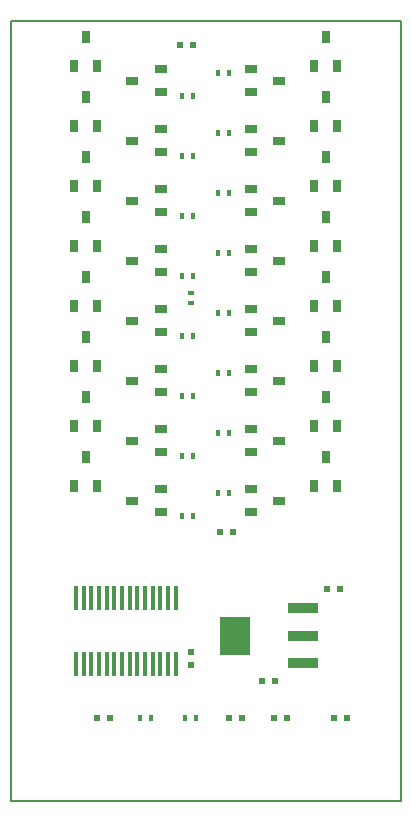
<source format=gbr>
G04 #@! TF.FileFunction,Paste,Top*
%FSLAX46Y46*%
G04 Gerber Fmt 4.6, Leading zero omitted, Abs format (unit mm)*
G04 Created by KiCad (PCBNEW 4.0.3+e1-6302~38~ubuntu14.04.1-stable) date Fri Aug 19 16:23:58 2016*
%MOMM*%
%LPD*%
G01*
G04 APERTURE LIST*
%ADD10C,0.100000*%
%ADD11C,0.150000*%
%ADD12R,0.400000X0.600000*%
%ADD13R,0.300000X2.000000*%
%ADD14R,0.800000X1.000000*%
%ADD15R,0.600000X0.500000*%
%ADD16R,0.500000X0.600000*%
%ADD17R,2.500000X3.300000*%
%ADD18R,2.500000X0.950000*%
%ADD19R,1.000000X0.800000*%
%ADD20R,0.600000X0.400000*%
G04 APERTURE END LIST*
D10*
D11*
X153670000Y-71120000D02*
X186690000Y-71120000D01*
X153670000Y-137160000D02*
X186690000Y-137160000D01*
X153670000Y-137160000D02*
X153670000Y-71120000D01*
X186690000Y-71120000D02*
X186690000Y-137160000D01*
D12*
X171254000Y-90805000D03*
X172154000Y-90805000D03*
D13*
X167640000Y-120015000D03*
X166990000Y-120015000D03*
X166340000Y-120015000D03*
X165690000Y-120015000D03*
X165040000Y-120015000D03*
X164390000Y-120015000D03*
X163740000Y-120015000D03*
X163090000Y-120015000D03*
X162440000Y-120015000D03*
X161790000Y-120015000D03*
X161140000Y-120015000D03*
X160490000Y-120015000D03*
X159840000Y-120015000D03*
X159190000Y-120015000D03*
X159190000Y-125615000D03*
X159840000Y-125615000D03*
X160490000Y-125615000D03*
X161140000Y-125615000D03*
X161790000Y-125615000D03*
X162440000Y-125615000D03*
X163090000Y-125615000D03*
X163740000Y-125615000D03*
X164390000Y-125615000D03*
X165040000Y-125615000D03*
X165690000Y-125615000D03*
X166340000Y-125615000D03*
X166990000Y-125615000D03*
X167640000Y-125615000D03*
D14*
X159070000Y-80010000D03*
X160020000Y-77610000D03*
X160970000Y-80010000D03*
D12*
X169106000Y-82550000D03*
X168206000Y-82550000D03*
D15*
X169079000Y-73152000D03*
X167979000Y-73152000D03*
D16*
X168910000Y-125645000D03*
X168910000Y-124545000D03*
D15*
X180425000Y-119253000D03*
X181525000Y-119253000D03*
X174964000Y-127000000D03*
X176064000Y-127000000D03*
D12*
X169106000Y-77470000D03*
X168206000Y-77470000D03*
X171254000Y-75565000D03*
X172154000Y-75565000D03*
X171254000Y-80645000D03*
X172154000Y-80645000D03*
X169106000Y-87630000D03*
X168206000Y-87630000D03*
X171254000Y-85725000D03*
X172154000Y-85725000D03*
X169106000Y-92710000D03*
X168206000Y-92710000D03*
X169106000Y-97790000D03*
X168206000Y-97790000D03*
X171254000Y-95885000D03*
X172154000Y-95885000D03*
X169106000Y-102870000D03*
X168206000Y-102870000D03*
X171254000Y-100965000D03*
X172154000Y-100965000D03*
X169106000Y-107950000D03*
X168206000Y-107950000D03*
X171254000Y-106045000D03*
X172154000Y-106045000D03*
X169106000Y-113030000D03*
X168206000Y-113030000D03*
X171254000Y-111125000D03*
X172154000Y-111125000D03*
X168460000Y-130175000D03*
X169360000Y-130175000D03*
D17*
X172635000Y-123190000D03*
D18*
X178435000Y-123190000D03*
X178435000Y-120890000D03*
X178435000Y-125490000D03*
D14*
X159070000Y-74930000D03*
X160020000Y-72530000D03*
X160970000Y-74930000D03*
X179390000Y-74930000D03*
X180340000Y-72530000D03*
X181290000Y-74930000D03*
X159070000Y-85090000D03*
X160020000Y-82690000D03*
X160970000Y-85090000D03*
X179390000Y-85090000D03*
X180340000Y-82690000D03*
X181290000Y-85090000D03*
X159070000Y-90170000D03*
X160020000Y-87770000D03*
X160970000Y-90170000D03*
X179390000Y-90170000D03*
X180340000Y-87770000D03*
X181290000Y-90170000D03*
X159070000Y-95250000D03*
X160020000Y-92850000D03*
X160970000Y-95250000D03*
X179390000Y-95250000D03*
X180340000Y-92850000D03*
X181290000Y-95250000D03*
X159070000Y-100330000D03*
X160020000Y-97930000D03*
X160970000Y-100330000D03*
X179390000Y-100330000D03*
X180340000Y-97930000D03*
X181290000Y-100330000D03*
X159070000Y-105410000D03*
X160020000Y-103010000D03*
X160970000Y-105410000D03*
X159070000Y-110490000D03*
X160020000Y-108090000D03*
X160970000Y-110490000D03*
X179390000Y-110490000D03*
X180340000Y-108090000D03*
X181290000Y-110490000D03*
D19*
X166370000Y-77150000D03*
X163970000Y-76200000D03*
X166370000Y-75250000D03*
X173990000Y-75250000D03*
X176390000Y-76200000D03*
X173990000Y-77150000D03*
X166370000Y-82230000D03*
X163970000Y-81280000D03*
X166370000Y-80330000D03*
X173990000Y-80330000D03*
X176390000Y-81280000D03*
X173990000Y-82230000D03*
X166370000Y-87310000D03*
X163970000Y-86360000D03*
X166370000Y-85410000D03*
X173990000Y-85410000D03*
X176390000Y-86360000D03*
X173990000Y-87310000D03*
X166370000Y-92390000D03*
X163970000Y-91440000D03*
X166370000Y-90490000D03*
X173990000Y-90490000D03*
X176390000Y-91440000D03*
X173990000Y-92390000D03*
X166370000Y-97470000D03*
X163970000Y-96520000D03*
X166370000Y-95570000D03*
X173990000Y-95570000D03*
X176390000Y-96520000D03*
X173990000Y-97470000D03*
X166370000Y-102550000D03*
X163970000Y-101600000D03*
X166370000Y-100650000D03*
X173990000Y-100650000D03*
X176390000Y-101600000D03*
X173990000Y-102550000D03*
X166370000Y-107630000D03*
X163970000Y-106680000D03*
X166370000Y-105730000D03*
X173990000Y-105730000D03*
X176390000Y-106680000D03*
X173990000Y-107630000D03*
X166370000Y-112710000D03*
X163970000Y-111760000D03*
X166370000Y-110810000D03*
X173990000Y-110810000D03*
X176390000Y-111760000D03*
X173990000Y-112710000D03*
D15*
X162094000Y-130175000D03*
X160994000Y-130175000D03*
D14*
X179390000Y-80010000D03*
X180340000Y-77610000D03*
X181290000Y-80010000D03*
D15*
X172170000Y-130175000D03*
X173270000Y-130175000D03*
X182160000Y-130175000D03*
X181060000Y-130175000D03*
X175980000Y-130175000D03*
X177080000Y-130175000D03*
X171408000Y-114427000D03*
X172508000Y-114427000D03*
D14*
X179390000Y-105410000D03*
X180340000Y-103010000D03*
X181290000Y-105410000D03*
D12*
X165550000Y-130175000D03*
X164650000Y-130175000D03*
D20*
X168910000Y-95065000D03*
X168910000Y-94165000D03*
M02*

</source>
